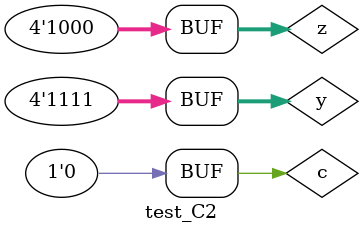
<source format=v>

module adder (output  s0, output s1,
input  a, 
input  b);

xor XOR1 (s0,a,b);
and AND1 (s1,a,b);

endmodule//adder

module fulladder (output  s0, output s1,
input  a, 
input  b,
input  c);
wire u,v,d;

adder AD1 (u,v,a,b);
adder AD2 (s0,d,u,c);
or OR1 (s1,d,v);

endmodule//fulladder

module C2 (output  s0, output  s1, output  s2, output s3, output s4,
input  [3:0] a, 
input  [3:0] b,
input c);

wire p,q,r,t;
wire [3:0] na;

not NOT1(na[0],a[0]);
not NOT2(na[1],a[1]);
not NOT3(na[2],a[2]);
not NOT4(na[3],a[3]);
fulladder FA1(s0,p,na[0],b[0],c);
fulladder FA2(s1,q,na[1],b[1],p);
fulladder FA3(s2,r,na[2],b[2],q);
fulladder FA4(s3,s4,na[2],b[3],r);

endmodule//C2

module test_C2; 
// ------------------------- definir dados 
reg [3:0] y,z;  
reg c;
wire g,h,i,j,k;
C2 modulo1 (g,h,i,j,k,y,z,c);
// ------------------------- parte principal 
initial begin 
$display("Exemplo0025 - Luhan Mairinck - 446987"); 
$display("Test LU's module"); 
y = 4'b0000; z = 4'b1000; c = 'b0;
// projetar testes do modulo 
#1 $monitor("%3b  %3b  %3b = %3b%3b%3b ",y,z,c,g,h,i);
#1 y = 4'b0001; c = 'b0;
#1 y = 4'b0010; c = 'b0;
#1 y = 4'b0011; c = 'b0;
#1 y = 4'b0100; c = 'b0;
#1 y = 4'b0101; c = 'b0;
#1 y = 4'b0110; c = 'b0;
#1 y = 4'b0111; c = 'b0;
#1 y = 4'b1000; c = 'b0;
#1 y = 4'b1001; c = 'b0;
#1 y = 4'b1010; c = 'b0;
#1 y = 4'b1011; c = 'b0;
#1 y = 4'b1100; c = 'b0;
#1 y = 4'b1101; c = 'b0;
#1 y = 4'b1110; c = 'b0;
#1 y = 4'b1111; c = 'b0;

end 
endmodule // test_C2 
</source>
